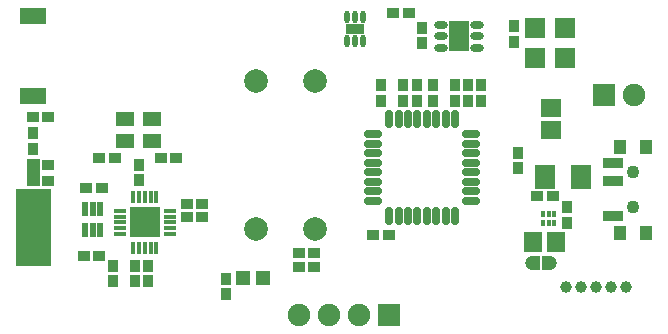
<source format=gts>
%FSLAX24Y24*%
%MOIN*%
G70*
G01*
G75*
G04 Layer_Color=8388736*
%ADD10R,0.0787X0.0492*%
%ADD11O,0.0098X0.0335*%
%ADD12R,0.0532X0.0256*%
%ADD13O,0.0354X0.0157*%
%ADD14R,0.0591X0.0945*%
%ADD15O,0.0354X0.0110*%
%ADD16O,0.0110X0.0354*%
%ADD17R,0.0945X0.0945*%
%ADD18R,0.0591X0.0748*%
%ADD19R,0.0591X0.0591*%
%ADD20R,0.0433X0.0394*%
%ADD21R,0.0276X0.0354*%
%ADD22R,0.0354X0.0276*%
%ADD23R,0.0118X0.0193*%
%ADD24R,0.0118X0.0205*%
%ADD25R,0.0512X0.0591*%
%ADD26C,0.0394*%
%ADD27R,0.0236X0.0394*%
%ADD28R,0.0591X0.0512*%
%ADD29O,0.0532X0.0217*%
%ADD30O,0.0217X0.0532*%
%ADD31R,0.0138X0.0394*%
%ADD32R,0.0512X0.0413*%
%ADD33R,0.0315X0.0394*%
%ADD34R,0.0591X0.0276*%
%ADD35C,0.0079*%
%ADD36C,0.0197*%
%ADD37C,0.0354*%
%ADD38C,0.0276*%
%ADD39C,0.0394*%
%ADD40C,0.0063*%
%ADD41C,0.0118*%
%ADD42C,0.0157*%
%ADD43C,0.0100*%
%ADD44R,0.0787X0.0492*%
%ADD45R,0.1811X0.0197*%
%ADD46R,0.0197X0.2589*%
%ADD47R,0.1004X0.0197*%
%ADD48R,0.0197X0.1969*%
%ADD49C,0.0669*%
%ADD50R,0.0669X0.0669*%
%ADD51C,0.0315*%
%ADD52C,0.0709*%
%ADD53C,0.0197*%
%ADD54C,0.0276*%
%ADD55C,0.0236*%
%ADD56C,0.0354*%
%ADD57R,0.1024X0.1378*%
%ADD58R,0.0669X0.0315*%
%ADD59C,0.0039*%
%ADD60C,0.0098*%
%ADD61C,0.0236*%
%ADD62R,0.0866X0.0571*%
%ADD63R,0.0867X0.0572*%
%ADD64O,0.0178X0.0415*%
%ADD65R,0.0612X0.0336*%
%ADD66O,0.0449X0.0252*%
%ADD67R,0.0671X0.1025*%
%ADD68O,0.0409X0.0165*%
%ADD69O,0.0165X0.0409*%
%ADD70R,0.1025X0.1025*%
%ADD71R,0.0671X0.0828*%
%ADD72R,0.0671X0.0671*%
%ADD73R,0.0513X0.0474*%
%ADD74R,0.0356X0.0434*%
%ADD75R,0.0434X0.0356*%
%ADD76R,0.0157X0.0232*%
%ADD77R,0.0157X0.0244*%
%ADD78R,0.0592X0.0671*%
%ADD79C,0.0474*%
%ADD80R,0.0316X0.0474*%
%ADD81R,0.0671X0.0592*%
%ADD82O,0.0612X0.0297*%
%ADD83O,0.0297X0.0612*%
%ADD84R,0.0218X0.0474*%
%ADD85R,0.0592X0.0493*%
%ADD86R,0.0395X0.0474*%
%ADD87R,0.0671X0.0356*%
%ADD88C,0.0749*%
%ADD89R,0.0749X0.0749*%
%ADD90C,0.0395*%
%ADD91C,0.0789*%
%ADD92C,0.0277*%
%ADD93C,0.0434*%
G36*
X1260Y-8858D02*
X79D01*
Y-6299D01*
X1260D01*
Y-8858D01*
D02*
G37*
G36*
X866Y-6201D02*
X433D01*
X433Y-5315D01*
X866D01*
X866Y-6201D01*
D02*
G37*
D62*
X650Y-551D02*
D03*
D63*
Y-3209D02*
D03*
D64*
X11634Y-583D02*
D03*
X11378D02*
D03*
X11122D02*
D03*
X11634Y-1386D02*
D03*
X11378D02*
D03*
X11122D02*
D03*
D65*
X11378Y-984D02*
D03*
D66*
X14248Y-827D02*
D03*
Y-1220D02*
D03*
Y-1614D02*
D03*
X15437Y-827D02*
D03*
Y-1220D02*
D03*
Y-1614D02*
D03*
D67*
X14843Y-1220D02*
D03*
D68*
X5207Y-7815D02*
D03*
Y-7618D02*
D03*
Y-7421D02*
D03*
Y-7224D02*
D03*
Y-7028D02*
D03*
X3533D02*
D03*
Y-7224D02*
D03*
Y-7421D02*
D03*
Y-7618D02*
D03*
Y-7815D02*
D03*
D69*
X4764Y-6585D02*
D03*
X4567D02*
D03*
X4370D02*
D03*
X4173D02*
D03*
X3976D02*
D03*
Y-8258D02*
D03*
X4173D02*
D03*
X4370D02*
D03*
X4567D02*
D03*
X4764D02*
D03*
D70*
X4370Y-7421D02*
D03*
D71*
X18907Y-5896D02*
D03*
X17726D02*
D03*
D72*
X18366Y-945D02*
D03*
X17382Y-1929D02*
D03*
X18366D02*
D03*
X17382Y-945D02*
D03*
D73*
X7638Y-9272D02*
D03*
X8307D02*
D03*
D74*
X7087Y-9311D02*
D03*
Y-9823D02*
D03*
X18465Y-7431D02*
D03*
Y-6919D02*
D03*
X16831Y-5098D02*
D03*
Y-5610D02*
D03*
X16693Y-1398D02*
D03*
Y-886D02*
D03*
X15591Y-3366D02*
D03*
Y-2854D02*
D03*
X15157Y-3366D02*
D03*
Y-2854D02*
D03*
X14724Y-3366D02*
D03*
Y-2854D02*
D03*
X13976Y-3366D02*
D03*
Y-2854D02*
D03*
X13465Y-3366D02*
D03*
Y-2854D02*
D03*
X12992Y-3366D02*
D03*
Y-2854D02*
D03*
X12244D02*
D03*
Y-3366D02*
D03*
X13622Y-1437D02*
D03*
Y-925D02*
D03*
X3307Y-8878D02*
D03*
Y-9390D02*
D03*
X4055D02*
D03*
Y-8878D02*
D03*
X4488D02*
D03*
Y-9390D02*
D03*
X4173Y-6004D02*
D03*
Y-5492D02*
D03*
X650Y-4449D02*
D03*
Y-4961D02*
D03*
D75*
X10020Y-8425D02*
D03*
X9508D02*
D03*
Y-8898D02*
D03*
X10020D02*
D03*
X12500Y-7835D02*
D03*
X11988D02*
D03*
X17461Y-6555D02*
D03*
X17972D02*
D03*
X13169Y-433D02*
D03*
X12657D02*
D03*
X2933Y-6260D02*
D03*
X2421D02*
D03*
X2854Y-8543D02*
D03*
X2343D02*
D03*
X5768Y-7244D02*
D03*
X6280D02*
D03*
X5768Y-6811D02*
D03*
X6280D02*
D03*
X2854Y-5276D02*
D03*
X3366D02*
D03*
X5413Y-5276D02*
D03*
X4902D02*
D03*
X1161Y-6024D02*
D03*
X650D02*
D03*
X1161Y-5492D02*
D03*
X650D02*
D03*
X1161Y-3917D02*
D03*
X650D02*
D03*
D76*
X17638Y-7142D02*
D03*
X17835D02*
D03*
X18031D02*
D03*
Y-7445D02*
D03*
X17835D02*
D03*
D77*
X17638D02*
D03*
D78*
X17323Y-8071D02*
D03*
X18071D02*
D03*
D79*
X17874Y-8780D02*
D03*
X17283D02*
D03*
D80*
X17756D02*
D03*
X17402D02*
D03*
D81*
X17923Y-3602D02*
D03*
Y-4350D02*
D03*
D82*
X15246Y-4488D02*
D03*
Y-4803D02*
D03*
Y-5118D02*
D03*
Y-5433D02*
D03*
Y-5748D02*
D03*
Y-6063D02*
D03*
Y-6378D02*
D03*
Y-6693D02*
D03*
X11998D02*
D03*
Y-6378D02*
D03*
Y-6063D02*
D03*
Y-5748D02*
D03*
Y-5433D02*
D03*
Y-5118D02*
D03*
Y-4803D02*
D03*
Y-4488D02*
D03*
D83*
X14724Y-7215D02*
D03*
X14409D02*
D03*
X14094D02*
D03*
X13780D02*
D03*
X13465D02*
D03*
X13150D02*
D03*
X12835D02*
D03*
X12520D02*
D03*
Y-3967D02*
D03*
X12835D02*
D03*
X13150D02*
D03*
X13465D02*
D03*
X13780D02*
D03*
X14094D02*
D03*
X14409D02*
D03*
X14724D02*
D03*
D84*
X2894Y-7677D02*
D03*
X2638Y-7677D02*
D03*
X2382Y-7677D02*
D03*
Y-6969D02*
D03*
X2638D02*
D03*
X2894D02*
D03*
D85*
X4626Y-4695D02*
D03*
X3720D02*
D03*
Y-3967D02*
D03*
X4626D02*
D03*
D86*
X21093Y-4892D02*
D03*
X20226D02*
D03*
Y-7766D02*
D03*
X21093D02*
D03*
D87*
X19970Y-6033D02*
D03*
Y-5443D02*
D03*
Y-7215D02*
D03*
D88*
X9531Y-10500D02*
D03*
X10516D02*
D03*
X11500D02*
D03*
X20669Y-3189D02*
D03*
D89*
X12500Y-10500D02*
D03*
X19669Y-3189D02*
D03*
D90*
X18425Y-9567D02*
D03*
X18925D02*
D03*
X19425D02*
D03*
X19925D02*
D03*
X20425D02*
D03*
D91*
X10039Y-7638D02*
D03*
Y-2717D02*
D03*
X8071D02*
D03*
Y-7638D02*
D03*
D92*
X11535Y-984D02*
D03*
X11220D02*
D03*
X14843Y-1457D02*
D03*
Y-945D02*
D03*
X4665Y-7717D02*
D03*
Y-7126D02*
D03*
X4075Y-7717D02*
D03*
Y-7126D02*
D03*
X4370Y-7421D02*
D03*
D93*
X20659Y-5738D02*
D03*
Y-6919D02*
D03*
M02*

</source>
